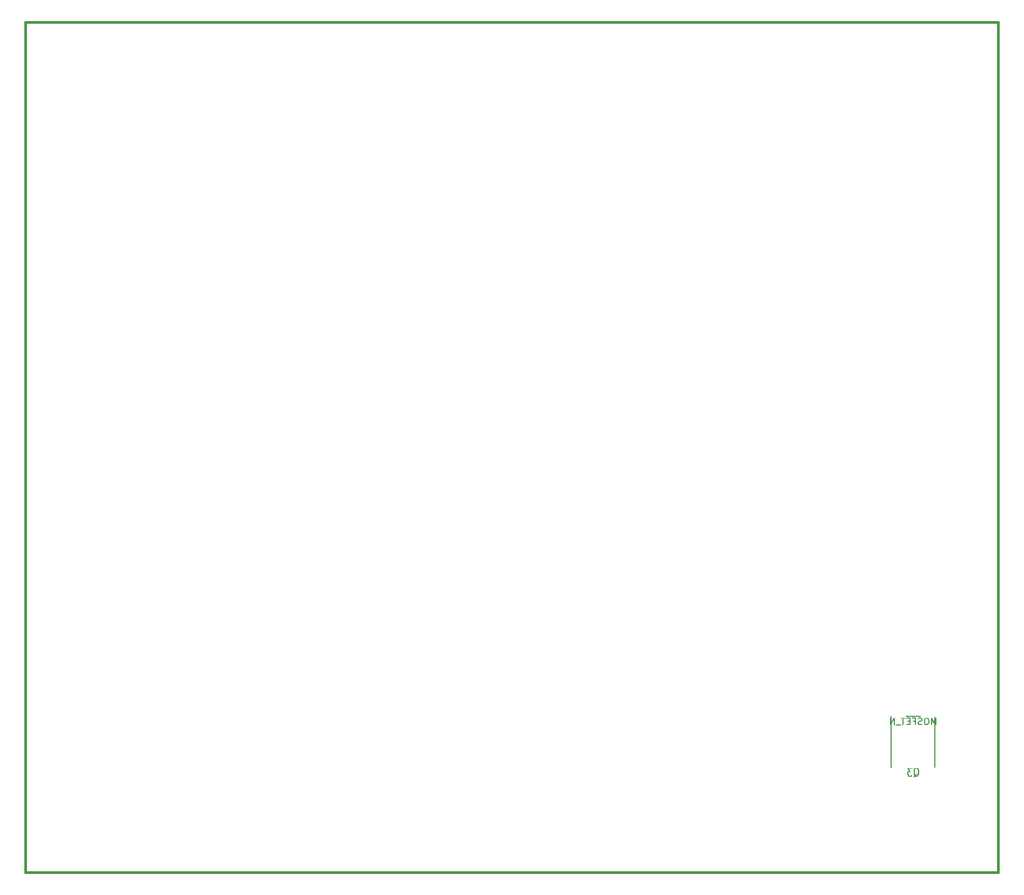
<source format=gbo>
G04 (created by PCBNEW-RS274X (2011-05-25)-stable) date Tue 12 Jun 2012 12:29:23 AM MDT*
G01*
G70*
G90*
%MOIN*%
G04 Gerber Fmt 3.4, Leading zero omitted, Abs format*
%FSLAX34Y34*%
G04 APERTURE LIST*
%ADD10C,0.006000*%
%ADD11C,0.015000*%
%ADD12C,0.005000*%
%ADD13C,0.008000*%
%ADD14R,0.080000X0.080000*%
%ADD15C,0.080000*%
%ADD16O,0.110000X0.082000*%
%ADD17R,0.110000X0.082000*%
%ADD18O,0.082000X0.110000*%
%ADD19R,0.082000X0.110000*%
%ADD20C,0.090000*%
%ADD21R,0.090000X0.090000*%
%ADD22R,0.075000X0.075000*%
%ADD23C,0.075000*%
%ADD24R,0.085000X0.085000*%
%ADD25C,0.085000*%
%ADD26R,0.140000X0.140000*%
%ADD27C,0.140000*%
%ADD28O,0.118400X0.090900*%
%ADD29C,0.320000*%
%ADD30R,0.085000X0.140000*%
%ADD31R,0.260000X0.260000*%
%ADD32R,0.147600X0.147600*%
%ADD33C,0.147600*%
G04 APERTURE END LIST*
G54D10*
G54D11*
X28250Y-64750D02*
X28250Y-62500D01*
X88250Y-64750D02*
X88250Y-62500D01*
X88250Y-61250D02*
X88250Y-62500D01*
X28250Y-62500D02*
X28250Y-60750D01*
X28250Y-12250D02*
X28250Y-62250D01*
X88250Y-12250D02*
X28250Y-12250D01*
X88250Y-62250D02*
X88250Y-12250D01*
X28250Y-64750D02*
X88250Y-64750D01*
G54D12*
X83550Y-55100D02*
X83550Y-53850D01*
X83550Y-53850D02*
X84250Y-53850D01*
X84250Y-53850D02*
X84250Y-55100D01*
X81750Y-55100D02*
X81750Y-53850D01*
X81750Y-53850D02*
X82450Y-53850D01*
X82450Y-53850D02*
X82450Y-55100D01*
X84350Y-57500D02*
X84350Y-55100D01*
X84350Y-55100D02*
X81650Y-55100D01*
X81650Y-55100D02*
X81650Y-58200D01*
X81650Y-58250D02*
X84350Y-58250D01*
X84350Y-58200D02*
X84350Y-57500D01*
G54D13*
X83038Y-58850D02*
X83076Y-58826D01*
X83114Y-58779D01*
X83171Y-58707D01*
X83210Y-58683D01*
X83248Y-58683D01*
X83229Y-58802D02*
X83267Y-58779D01*
X83305Y-58731D01*
X83324Y-58636D01*
X83324Y-58469D01*
X83305Y-58374D01*
X83267Y-58326D01*
X83229Y-58302D01*
X83152Y-58302D01*
X83114Y-58326D01*
X83076Y-58374D01*
X83057Y-58469D01*
X83057Y-58636D01*
X83076Y-58731D01*
X83114Y-58779D01*
X83152Y-58802D01*
X83229Y-58802D01*
X82924Y-58302D02*
X82676Y-58302D01*
X82810Y-58493D01*
X82752Y-58493D01*
X82714Y-58517D01*
X82695Y-58540D01*
X82676Y-58588D01*
X82676Y-58707D01*
X82695Y-58755D01*
X82714Y-58779D01*
X82752Y-58802D01*
X82867Y-58802D01*
X82905Y-58779D01*
X82924Y-58755D01*
X84400Y-55612D02*
X84400Y-55212D01*
X84266Y-55498D01*
X84133Y-55212D01*
X84133Y-55612D01*
X83867Y-55212D02*
X83790Y-55212D01*
X83752Y-55231D01*
X83714Y-55269D01*
X83695Y-55345D01*
X83695Y-55479D01*
X83714Y-55555D01*
X83752Y-55593D01*
X83790Y-55612D01*
X83867Y-55612D01*
X83905Y-55593D01*
X83943Y-55555D01*
X83962Y-55479D01*
X83962Y-55345D01*
X83943Y-55269D01*
X83905Y-55231D01*
X83867Y-55212D01*
X83543Y-55593D02*
X83486Y-55612D01*
X83390Y-55612D01*
X83352Y-55593D01*
X83333Y-55574D01*
X83314Y-55536D01*
X83314Y-55498D01*
X83333Y-55460D01*
X83352Y-55440D01*
X83390Y-55421D01*
X83467Y-55402D01*
X83505Y-55383D01*
X83524Y-55364D01*
X83543Y-55326D01*
X83543Y-55288D01*
X83524Y-55250D01*
X83505Y-55231D01*
X83467Y-55212D01*
X83371Y-55212D01*
X83314Y-55231D01*
X83009Y-55402D02*
X83143Y-55402D01*
X83143Y-55612D02*
X83143Y-55212D01*
X82952Y-55212D01*
X82800Y-55402D02*
X82666Y-55402D01*
X82609Y-55612D02*
X82800Y-55612D01*
X82800Y-55212D01*
X82609Y-55212D01*
X82495Y-55212D02*
X82266Y-55212D01*
X82381Y-55612D02*
X82381Y-55212D01*
X82228Y-55650D02*
X81923Y-55650D01*
X81828Y-55612D02*
X81828Y-55212D01*
X81599Y-55612D01*
X81599Y-55212D01*
%LPC*%
G54D14*
X65000Y-23000D03*
G54D15*
X66000Y-23000D03*
X67000Y-23000D03*
G54D14*
X65000Y-24500D03*
G54D15*
X66000Y-24500D03*
X67000Y-24500D03*
G54D14*
X65000Y-21500D03*
G54D15*
X66000Y-21500D03*
X67000Y-21500D03*
G54D14*
X34000Y-59750D03*
G54D15*
X35000Y-59750D03*
X36000Y-59750D03*
X37000Y-59750D03*
X38000Y-59750D03*
X39000Y-59750D03*
G54D14*
X46500Y-59750D03*
G54D15*
X47500Y-59750D03*
X48500Y-59750D03*
X49500Y-59750D03*
X50500Y-59750D03*
X51500Y-59750D03*
G54D16*
X49250Y-32750D03*
X49250Y-33750D03*
X49250Y-34750D03*
X49250Y-35750D03*
X49250Y-36750D03*
X49250Y-37750D03*
X49250Y-38750D03*
X49250Y-39750D03*
X49250Y-40750D03*
X49250Y-41750D03*
X49250Y-42750D03*
X49250Y-43750D03*
X49250Y-44750D03*
G54D17*
X49250Y-31750D03*
G54D16*
X52250Y-44750D03*
X52250Y-43750D03*
X52250Y-42750D03*
X52250Y-41750D03*
X52250Y-40750D03*
X52250Y-39750D03*
X52250Y-38750D03*
X52250Y-37750D03*
X52250Y-36750D03*
X52250Y-35750D03*
X52250Y-34750D03*
X52250Y-33750D03*
X52250Y-32750D03*
X52250Y-31750D03*
G54D18*
X34250Y-48250D03*
X35250Y-48250D03*
X36250Y-48250D03*
X37250Y-48250D03*
X38250Y-48250D03*
X39250Y-48250D03*
X40250Y-48250D03*
X41250Y-48250D03*
X42250Y-48250D03*
X43250Y-48250D03*
X44250Y-48250D03*
X45250Y-48250D03*
X46250Y-48250D03*
G54D19*
X33250Y-48250D03*
G54D18*
X46250Y-45250D03*
X45250Y-45250D03*
X44250Y-45250D03*
X43250Y-45250D03*
X42250Y-45250D03*
X41250Y-45250D03*
X40250Y-45250D03*
X39250Y-45250D03*
X38250Y-45250D03*
X37250Y-45250D03*
X36250Y-45250D03*
X35250Y-45250D03*
X34250Y-45250D03*
X33250Y-45250D03*
G54D19*
X49750Y-50750D03*
G54D18*
X50750Y-50750D03*
X51750Y-50750D03*
X52750Y-50750D03*
X53750Y-50750D03*
X54750Y-50750D03*
X55750Y-50750D03*
X56750Y-50750D03*
X57750Y-50750D03*
X57750Y-47750D03*
X56750Y-47750D03*
X55750Y-47750D03*
X54750Y-47750D03*
X53750Y-47750D03*
X52750Y-47750D03*
X51750Y-47750D03*
X50750Y-47750D03*
X49750Y-47750D03*
G54D20*
X82750Y-46250D03*
G54D21*
X86750Y-46250D03*
G54D22*
X85750Y-52750D03*
G54D23*
X82750Y-52750D03*
X69000Y-26750D03*
X67000Y-26750D03*
X74750Y-51250D03*
X72750Y-51250D03*
X55250Y-18000D03*
X55250Y-16000D03*
X77000Y-26750D03*
X77000Y-27750D03*
X69850Y-45350D03*
X71850Y-45350D03*
X77000Y-25750D03*
X77000Y-24750D03*
G54D14*
X59000Y-59750D03*
G54D15*
X60000Y-59750D03*
X61000Y-59750D03*
X62000Y-59750D03*
X63000Y-59750D03*
X64000Y-59750D03*
G54D21*
X66750Y-39750D03*
G54D20*
X66750Y-41750D03*
G54D23*
X83000Y-34750D03*
X83000Y-32750D03*
G54D20*
X66750Y-50750D03*
G54D21*
X66750Y-45750D03*
G54D20*
X75750Y-55250D03*
G54D21*
X71750Y-55250D03*
G54D22*
X77250Y-49750D03*
G54D23*
X77250Y-52750D03*
G54D22*
X77850Y-44750D03*
G54D23*
X74850Y-44750D03*
G54D14*
X72500Y-59750D03*
G54D15*
X73500Y-59750D03*
X74500Y-59750D03*
X75500Y-59750D03*
X76500Y-59750D03*
X77500Y-59750D03*
G54D16*
X73500Y-33750D03*
X73500Y-32750D03*
X73500Y-31750D03*
X73500Y-30750D03*
X73500Y-29750D03*
X73500Y-28750D03*
X73500Y-27750D03*
X73500Y-26750D03*
X73500Y-25750D03*
X73500Y-24750D03*
X73500Y-23750D03*
X73500Y-22750D03*
X73500Y-21750D03*
G54D17*
X73500Y-34750D03*
G54D16*
X70500Y-21750D03*
X70500Y-22750D03*
X70500Y-23750D03*
X70500Y-24750D03*
X70500Y-25750D03*
X70500Y-26750D03*
X70500Y-27750D03*
X70500Y-28750D03*
X70500Y-29750D03*
X70500Y-30750D03*
X70500Y-31750D03*
X70500Y-32750D03*
X70500Y-33750D03*
X70500Y-34750D03*
G54D14*
X68750Y-16500D03*
G54D15*
X68750Y-15500D03*
X69750Y-16500D03*
X69750Y-15500D03*
X70750Y-16500D03*
X70750Y-15500D03*
G54D23*
X87000Y-34750D03*
X87000Y-36750D03*
X84000Y-34750D03*
X84000Y-36750D03*
G54D24*
X68750Y-52250D03*
G54D25*
X69750Y-52250D03*
G54D21*
X62250Y-46750D03*
G54D20*
X64250Y-46750D03*
G54D23*
X64250Y-43750D03*
X62250Y-43750D03*
G54D21*
X76250Y-41750D03*
G54D20*
X76250Y-39750D03*
G54D24*
X71250Y-47750D03*
G54D25*
X71250Y-48750D03*
G54D23*
X74250Y-49250D03*
X74250Y-47250D03*
X67000Y-27750D03*
X69000Y-27750D03*
G54D25*
X67250Y-54250D03*
X64250Y-54250D03*
X64250Y-53250D03*
X67250Y-53250D03*
X86250Y-41750D03*
X86250Y-44750D03*
X84250Y-44750D03*
X84250Y-41750D03*
X45250Y-43750D03*
X45250Y-40750D03*
X70500Y-13750D03*
X73500Y-13750D03*
G54D22*
X64750Y-51250D03*
G54D23*
X63750Y-51250D03*
X63750Y-50250D03*
G54D20*
X75250Y-25250D03*
X75250Y-27250D03*
G54D19*
X43750Y-29250D03*
G54D18*
X44750Y-29250D03*
X45750Y-29250D03*
X46750Y-29250D03*
X47750Y-29250D03*
X48750Y-29250D03*
X49750Y-29250D03*
X50750Y-29250D03*
X51750Y-29250D03*
X51750Y-26250D03*
X50750Y-26250D03*
X49750Y-26250D03*
X48750Y-26250D03*
X47750Y-26250D03*
X46750Y-26250D03*
X45750Y-26250D03*
X44750Y-26250D03*
X43750Y-26250D03*
G54D19*
X33750Y-29250D03*
G54D18*
X34750Y-29250D03*
X35750Y-29250D03*
X36750Y-29250D03*
X37750Y-29250D03*
X38750Y-29250D03*
X39750Y-29250D03*
X40750Y-29250D03*
X41750Y-29250D03*
X41750Y-26250D03*
X40750Y-26250D03*
X39750Y-26250D03*
X38750Y-26250D03*
X37750Y-26250D03*
X36750Y-26250D03*
X35750Y-26250D03*
X34750Y-26250D03*
X33750Y-26250D03*
G54D19*
X33250Y-43750D03*
G54D18*
X34250Y-43750D03*
X35250Y-43750D03*
X36250Y-43750D03*
X37250Y-43750D03*
X38250Y-43750D03*
X39250Y-43750D03*
X40250Y-43750D03*
X41250Y-43750D03*
X41250Y-40750D03*
X40250Y-40750D03*
X39250Y-40750D03*
X38250Y-40750D03*
X37250Y-40750D03*
X36250Y-40750D03*
X35250Y-40750D03*
X34250Y-40750D03*
X33250Y-40750D03*
G54D19*
X41250Y-50750D03*
G54D18*
X40250Y-50750D03*
X39250Y-50750D03*
X38250Y-50750D03*
X37250Y-50750D03*
X36250Y-50750D03*
X35250Y-50750D03*
X34250Y-50750D03*
X33250Y-50750D03*
X33250Y-53750D03*
X34250Y-53750D03*
X35250Y-53750D03*
X36250Y-53750D03*
X37250Y-53750D03*
X38250Y-53750D03*
X39250Y-53750D03*
X40250Y-53750D03*
X41250Y-53750D03*
G54D25*
X83750Y-21000D03*
X80750Y-21000D03*
X83750Y-19250D03*
X80750Y-19250D03*
G54D26*
X56250Y-14750D03*
G54D27*
X42250Y-14750D03*
G54D25*
X53750Y-43750D03*
X56750Y-43750D03*
G54D19*
X41750Y-21750D03*
G54D18*
X40750Y-21750D03*
X39750Y-21750D03*
X38750Y-21750D03*
X37750Y-21750D03*
X36750Y-21750D03*
X35750Y-21750D03*
X34750Y-21750D03*
X34750Y-24750D03*
X35750Y-24750D03*
X36750Y-24750D03*
X37750Y-24750D03*
X38750Y-24750D03*
X39750Y-24750D03*
X40750Y-24750D03*
X41750Y-24750D03*
G54D19*
X42750Y-24750D03*
G54D18*
X43750Y-24750D03*
X44750Y-24750D03*
X45750Y-24750D03*
X46750Y-24750D03*
X47750Y-24750D03*
X48750Y-24750D03*
X49750Y-24750D03*
X49750Y-21750D03*
X48750Y-21750D03*
X47750Y-21750D03*
X46750Y-21750D03*
X45750Y-21750D03*
X44750Y-21750D03*
X43750Y-21750D03*
X42750Y-21750D03*
G54D14*
X86250Y-33250D03*
G54D15*
X86250Y-32250D03*
X86250Y-31250D03*
X86250Y-30250D03*
X86250Y-29250D03*
X86250Y-28250D03*
G54D28*
X78754Y-47750D03*
X78754Y-46372D03*
X78754Y-49128D03*
X79935Y-48459D03*
X79935Y-47041D03*
G54D29*
X30750Y-14750D03*
X85750Y-14750D03*
X30750Y-59750D03*
X85750Y-59750D03*
G54D22*
X49750Y-52250D03*
G54D23*
X50750Y-52250D03*
X51750Y-52250D03*
X52750Y-52250D03*
X53750Y-52250D03*
X54750Y-52250D03*
X55750Y-52250D03*
X56750Y-52250D03*
X57750Y-52250D03*
G54D25*
X81250Y-29000D03*
X81250Y-26000D03*
X81250Y-30750D03*
X81250Y-33750D03*
X53750Y-41750D03*
X56750Y-41750D03*
X43250Y-43750D03*
X43250Y-40750D03*
G54D14*
X51750Y-53750D03*
G54D15*
X50750Y-53750D03*
X49750Y-53750D03*
G54D14*
X54250Y-26750D03*
G54D15*
X54250Y-27750D03*
X54250Y-28750D03*
G54D14*
X31250Y-26750D03*
G54D15*
X31250Y-27750D03*
X31250Y-28750D03*
G54D14*
X30750Y-41250D03*
G54D15*
X30750Y-42250D03*
X30750Y-43250D03*
G54D14*
X30750Y-51250D03*
G54D15*
X30750Y-52250D03*
X30750Y-53250D03*
G54D19*
X33250Y-39250D03*
G54D18*
X34250Y-39250D03*
X35250Y-39250D03*
X36250Y-39250D03*
X37250Y-39250D03*
X38250Y-39250D03*
X39250Y-39250D03*
X40250Y-39250D03*
X40250Y-36250D03*
X39250Y-36250D03*
X38250Y-36250D03*
X37250Y-36250D03*
X36250Y-36250D03*
X35250Y-36250D03*
X34250Y-36250D03*
X33250Y-36250D03*
G54D14*
X41750Y-18750D03*
G54D15*
X40750Y-18750D03*
X39750Y-18750D03*
X38750Y-18750D03*
X37750Y-18750D03*
G54D14*
X51750Y-18750D03*
G54D15*
X50750Y-18750D03*
X49750Y-18750D03*
X48750Y-18750D03*
X47750Y-18750D03*
G54D14*
X56750Y-53750D03*
G54D15*
X55750Y-53750D03*
X54750Y-53750D03*
X53750Y-53750D03*
X52750Y-53750D03*
G54D14*
X40250Y-33250D03*
G54D15*
X39250Y-33250D03*
X38250Y-33250D03*
X37250Y-33250D03*
X36250Y-33250D03*
G54D22*
X79500Y-30500D03*
G54D23*
X79500Y-29500D03*
X78500Y-29500D03*
G54D22*
X80500Y-25000D03*
G54D23*
X80500Y-24000D03*
X79500Y-24000D03*
G54D14*
X75500Y-15500D03*
G54D15*
X75500Y-16500D03*
G54D14*
X73250Y-15500D03*
G54D15*
X73250Y-16500D03*
G54D14*
X36750Y-18750D03*
G54D15*
X35750Y-18750D03*
X34750Y-18750D03*
X33750Y-18750D03*
X32750Y-18750D03*
G54D14*
X46750Y-18750D03*
G54D15*
X45750Y-18750D03*
X44750Y-18750D03*
X43750Y-18750D03*
X42750Y-18750D03*
G54D14*
X35250Y-33250D03*
G54D15*
X34250Y-33250D03*
X33250Y-33250D03*
X32250Y-33250D03*
X31250Y-33250D03*
G54D25*
X77250Y-14000D03*
X80250Y-14000D03*
G54D14*
X66750Y-31750D03*
G54D15*
X67750Y-31750D03*
X68750Y-31750D03*
G54D14*
X78750Y-17500D03*
G54D15*
X78750Y-16500D03*
X78750Y-15500D03*
G54D30*
X82100Y-54500D03*
G54D31*
X83000Y-57000D03*
G54D30*
X83900Y-54500D03*
G54D20*
X78550Y-54350D03*
X85550Y-54350D03*
G54D32*
X70250Y-42750D03*
G54D33*
X72250Y-40750D03*
G54D32*
X79750Y-43050D03*
G54D33*
X81750Y-41050D03*
M02*

</source>
